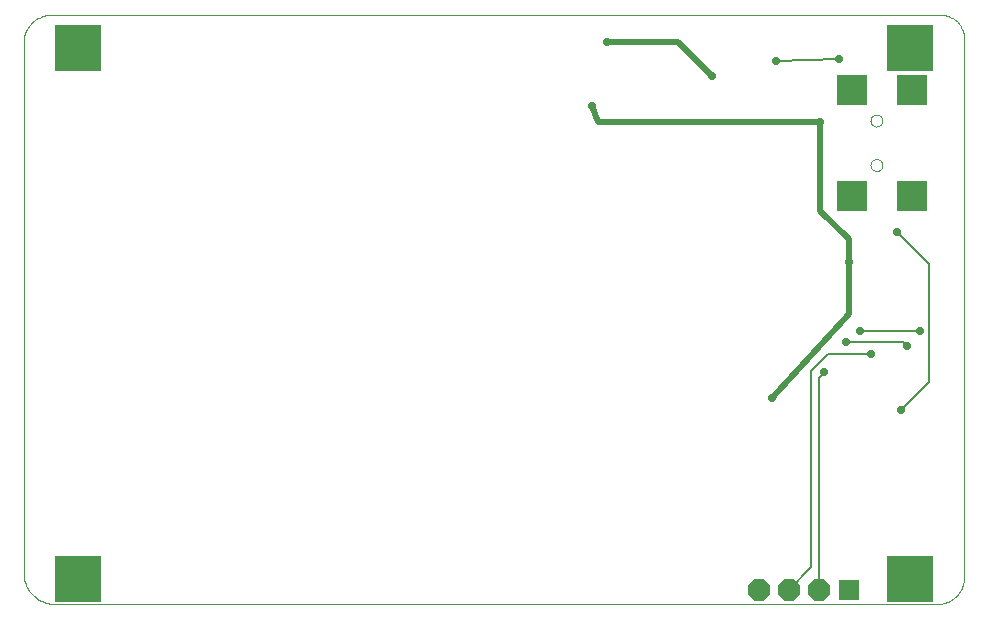
<source format=gbl>
G75*
G70*
%OFA0B0*%
%FSLAX24Y24*%
%IPPOS*%
%LPD*%
%AMOC8*
5,1,8,0,0,1.08239X$1,22.5*
%
%ADD10C,0.0000*%
%ADD11R,0.0709X0.0709*%
%ADD12OC8,0.0709*%
%ADD13C,0.0197*%
%ADD14C,0.0277*%
%ADD15C,0.0080*%
%ADD16R,0.1581X0.1581*%
%ADD17R,0.1000X0.1000*%
D10*
X001163Y000368D02*
X030534Y000368D01*
X030592Y000370D01*
X030650Y000375D01*
X030707Y000384D01*
X030764Y000397D01*
X030820Y000413D01*
X030874Y000433D01*
X030927Y000456D01*
X030979Y000482D01*
X031029Y000512D01*
X031077Y000544D01*
X031123Y000580D01*
X031167Y000618D01*
X031208Y000659D01*
X031246Y000703D01*
X031282Y000749D01*
X031314Y000797D01*
X031344Y000847D01*
X031370Y000899D01*
X031393Y000952D01*
X031413Y001006D01*
X031429Y001062D01*
X031442Y001119D01*
X031451Y001176D01*
X031456Y001234D01*
X031458Y001292D01*
X031458Y019217D01*
X031457Y019217D02*
X031455Y019271D01*
X031450Y019325D01*
X031440Y019379D01*
X031427Y019432D01*
X031411Y019484D01*
X031391Y019534D01*
X031368Y019583D01*
X031341Y019631D01*
X031311Y019676D01*
X031278Y019719D01*
X031243Y019760D01*
X031204Y019799D01*
X031163Y019834D01*
X031120Y019867D01*
X031075Y019897D01*
X031027Y019924D01*
X030978Y019947D01*
X030928Y019967D01*
X030876Y019983D01*
X030823Y019996D01*
X030769Y020006D01*
X030715Y020011D01*
X030661Y020013D01*
X001033Y020013D01*
X000975Y020011D01*
X000916Y020006D01*
X000859Y019997D01*
X000802Y019984D01*
X000746Y019967D01*
X000691Y019948D01*
X000637Y019924D01*
X000585Y019898D01*
X000535Y019868D01*
X000486Y019835D01*
X000440Y019800D01*
X000396Y019761D01*
X000355Y019720D01*
X000316Y019676D01*
X000281Y019630D01*
X000248Y019581D01*
X000218Y019531D01*
X000192Y019479D01*
X000168Y019425D01*
X000149Y019370D01*
X000132Y019314D01*
X000119Y019257D01*
X000110Y019200D01*
X000105Y019141D01*
X000103Y019083D01*
X000103Y001428D01*
X000105Y001364D01*
X000111Y001300D01*
X000120Y001237D01*
X000134Y001174D01*
X000151Y001113D01*
X000172Y001052D01*
X000196Y000993D01*
X000224Y000935D01*
X000256Y000880D01*
X000291Y000826D01*
X000329Y000774D01*
X000370Y000725D01*
X000413Y000678D01*
X000460Y000635D01*
X000509Y000594D01*
X000561Y000556D01*
X000615Y000521D01*
X000670Y000489D01*
X000728Y000461D01*
X000787Y000437D01*
X000848Y000416D01*
X000909Y000399D01*
X000972Y000385D01*
X001035Y000376D01*
X001099Y000370D01*
X001163Y000368D01*
X028334Y015009D02*
X028336Y015036D01*
X028342Y015063D01*
X028351Y015089D01*
X028364Y015113D01*
X028380Y015136D01*
X028399Y015155D01*
X028421Y015172D01*
X028445Y015186D01*
X028470Y015196D01*
X028497Y015203D01*
X028524Y015206D01*
X028552Y015205D01*
X028579Y015200D01*
X028605Y015192D01*
X028629Y015180D01*
X028652Y015164D01*
X028673Y015146D01*
X028690Y015125D01*
X028705Y015101D01*
X028716Y015076D01*
X028724Y015050D01*
X028728Y015023D01*
X028728Y014995D01*
X028724Y014968D01*
X028716Y014942D01*
X028705Y014917D01*
X028690Y014893D01*
X028673Y014872D01*
X028652Y014854D01*
X028630Y014838D01*
X028605Y014826D01*
X028579Y014818D01*
X028552Y014813D01*
X028524Y014812D01*
X028497Y014815D01*
X028470Y014822D01*
X028445Y014832D01*
X028421Y014846D01*
X028399Y014863D01*
X028380Y014882D01*
X028364Y014905D01*
X028351Y014929D01*
X028342Y014955D01*
X028336Y014982D01*
X028334Y015009D01*
X028334Y016490D02*
X028336Y016517D01*
X028342Y016544D01*
X028351Y016570D01*
X028364Y016594D01*
X028380Y016617D01*
X028399Y016636D01*
X028421Y016653D01*
X028445Y016667D01*
X028470Y016677D01*
X028497Y016684D01*
X028524Y016687D01*
X028552Y016686D01*
X028579Y016681D01*
X028605Y016673D01*
X028629Y016661D01*
X028652Y016645D01*
X028673Y016627D01*
X028690Y016606D01*
X028705Y016582D01*
X028716Y016557D01*
X028724Y016531D01*
X028728Y016504D01*
X028728Y016476D01*
X028724Y016449D01*
X028716Y016423D01*
X028705Y016398D01*
X028690Y016374D01*
X028673Y016353D01*
X028652Y016335D01*
X028630Y016319D01*
X028605Y016307D01*
X028579Y016299D01*
X028552Y016294D01*
X028524Y016293D01*
X028497Y016296D01*
X028470Y016303D01*
X028445Y016313D01*
X028421Y016327D01*
X028399Y016344D01*
X028380Y016363D01*
X028364Y016386D01*
X028351Y016410D01*
X028342Y016436D01*
X028336Y016463D01*
X028334Y016490D01*
D11*
X027603Y000844D03*
D12*
X026603Y000844D03*
X025603Y000844D03*
X024603Y000844D03*
D13*
X025060Y007233D02*
X027603Y010032D01*
X027603Y011782D01*
X027603Y012546D01*
X026665Y013484D01*
X026665Y016427D01*
X019243Y016427D01*
X019060Y016983D01*
X019560Y019108D02*
X021935Y019108D01*
X023060Y017983D01*
D14*
X023060Y017983D03*
X025185Y018483D03*
X027300Y018542D03*
X026665Y016427D03*
X029228Y012782D03*
X027603Y011782D03*
X027978Y009470D03*
X027534Y009110D03*
X028338Y008705D03*
X029537Y008984D03*
X029978Y009470D03*
X026790Y008094D03*
X025060Y007233D03*
X029353Y006844D03*
X019060Y016983D03*
X019560Y019108D03*
D15*
X025185Y018483D02*
X027300Y018542D01*
X029228Y012782D02*
X030290Y011720D01*
X030290Y007782D01*
X029353Y006844D01*
X026790Y008094D02*
X026603Y007907D01*
X026603Y000844D01*
X026353Y001594D02*
X025603Y000844D01*
X026353Y001594D02*
X026353Y008157D01*
X026915Y008720D01*
X028198Y008720D01*
X028338Y008705D01*
X028228Y008719D01*
X027534Y009110D02*
X029412Y009110D01*
X029537Y008984D01*
X029978Y009470D02*
X027978Y009470D01*
D16*
X029665Y001220D03*
X029665Y018897D03*
X001915Y018897D03*
X001915Y001220D03*
D17*
X027722Y013992D03*
X029725Y013992D03*
X029725Y017498D03*
X027722Y017498D03*
M02*

</source>
